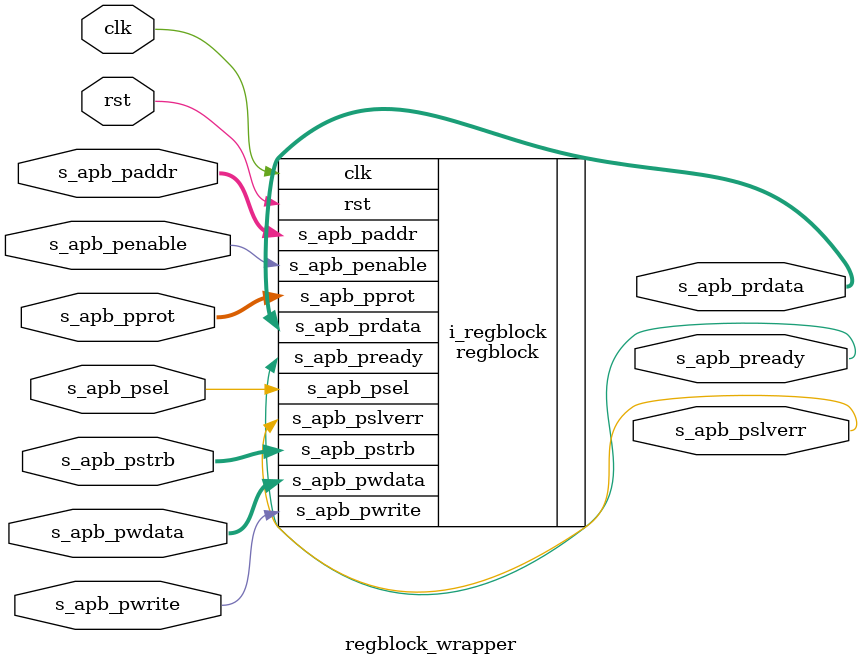
<source format=sv>

module regblock_wrapper (
        input wire clk,
        input wire rst,
        input wire s_apb_psel,
        input wire s_apb_penable,
        input wire s_apb_pwrite,
        input wire [2:0] s_apb_pprot,
        input wire [2:0] s_apb_paddr,
        input wire [31:0] s_apb_pwdata,
        input wire [3:0] s_apb_pstrb,
        output logic s_apb_pready,
        output logic [31:0] s_apb_prdata,
        output logic s_apb_pslverr
    );

    //--------------------------------------------------------------------------
    // Internal hwif struct signals
    //--------------------------------------------------------------------------

    //--------------------------------------------------------------------------
    // Flatten struct to individual signals
    //--------------------------------------------------------------------------


    //--------------------------------------------------------------------------
    // Instantiate the main regblock module
    //--------------------------------------------------------------------------
    regblock i_regblock (
        .clk(clk),
        .rst(rst),
        .s_apb_psel(s_apb_psel),
        .s_apb_penable(s_apb_penable),
        .s_apb_pwrite(s_apb_pwrite),
        .s_apb_pprot(s_apb_pprot),
        .s_apb_paddr(s_apb_paddr),
        .s_apb_pwdata(s_apb_pwdata),
        .s_apb_pstrb(s_apb_pstrb),
        .s_apb_pready(s_apb_pready),
        .s_apb_prdata(s_apb_prdata),
        .s_apb_pslverr(s_apb_pslverr)
    );

endmodule

</source>
